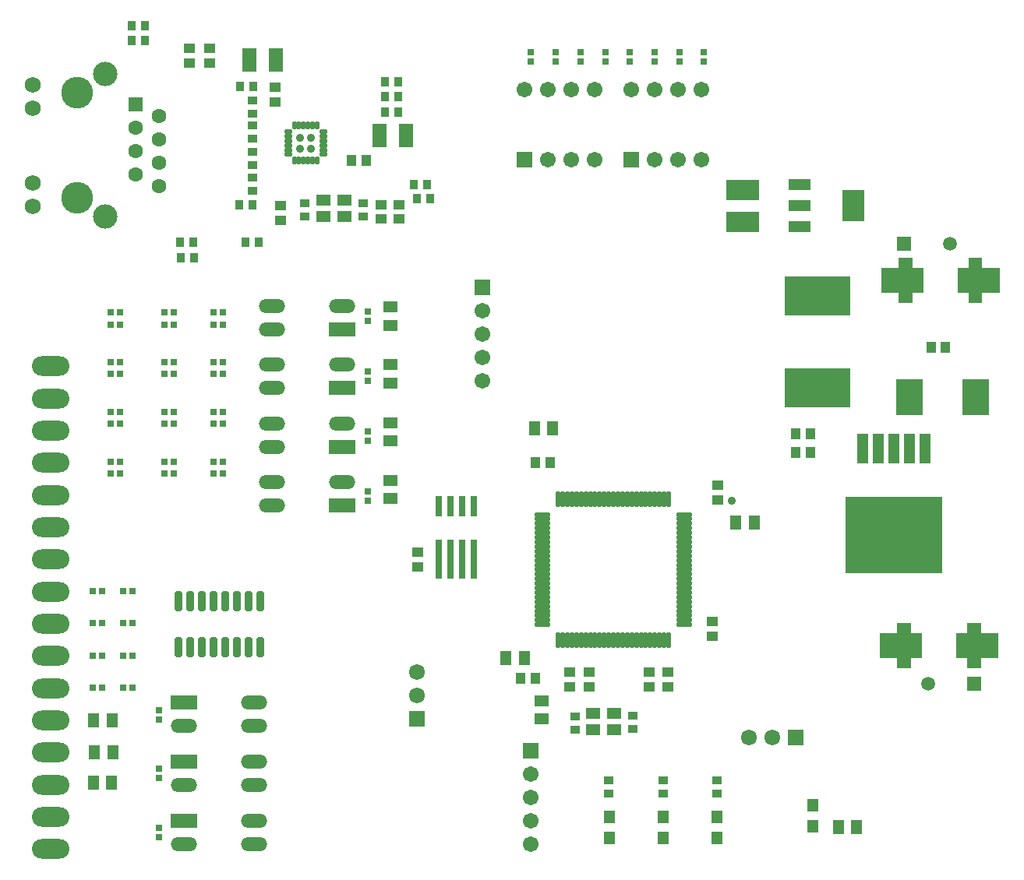
<source format=gts>
G04*
G04 #@! TF.GenerationSoftware,Altium Limited,Altium Designer,20.0.13 (296)*
G04*
G04 Layer_Color=8388736*
%FSLAX44Y44*%
%MOMM*%
G71*
G01*
G75*
%ADD46R,1.5032X1.3032*%
%ADD47R,2.3532X1.1532*%
%ADD48R,2.3532X3.4532*%
%ADD49R,1.2200X1.3700*%
G04:AMPARAMS|DCode=50|XSize=2.1732mm|YSize=0.8032mm|CornerRadius=0.1766mm|HoleSize=0mm|Usage=FLASHONLY|Rotation=90.000|XOffset=0mm|YOffset=0mm|HoleType=Round|Shape=RoundedRectangle|*
%AMROUNDEDRECTD50*
21,1,2.1732,0.4500,0,0,90.0*
21,1,1.8200,0.8032,0,0,90.0*
1,1,0.3532,0.2250,0.9100*
1,1,0.3532,0.2250,-0.9100*
1,1,0.3532,-0.2250,-0.9100*
1,1,0.3532,-0.2250,0.9100*
%
%ADD50ROUNDEDRECTD50*%
G04:AMPARAMS|DCode=51|XSize=1.7632mm|YSize=0.4832mm|CornerRadius=0.1366mm|HoleSize=0mm|Usage=FLASHONLY|Rotation=90.000|XOffset=0mm|YOffset=0mm|HoleType=Round|Shape=RoundedRectangle|*
%AMROUNDEDRECTD51*
21,1,1.7632,0.2100,0,0,90.0*
21,1,1.4900,0.4832,0,0,90.0*
1,1,0.2732,0.1050,0.7450*
1,1,0.2732,0.1050,-0.7450*
1,1,0.2732,-0.1050,-0.7450*
1,1,0.2732,-0.1050,0.7450*
%
%ADD51ROUNDEDRECTD51*%
G04:AMPARAMS|DCode=52|XSize=1.7632mm|YSize=0.4832mm|CornerRadius=0.1366mm|HoleSize=0mm|Usage=FLASHONLY|Rotation=180.000|XOffset=0mm|YOffset=0mm|HoleType=Round|Shape=RoundedRectangle|*
%AMROUNDEDRECTD52*
21,1,1.7632,0.2100,0,0,180.0*
21,1,1.4900,0.4832,0,0,180.0*
1,1,0.2732,-0.7450,0.1050*
1,1,0.2732,0.7450,0.1050*
1,1,0.2732,0.7450,-0.1050*
1,1,0.2732,-0.7450,-0.1050*
%
%ADD52ROUNDEDRECTD52*%
%ADD53R,0.8032X0.7032*%
%ADD54R,0.8200X1.0200*%
%ADD55R,0.7032X0.8032*%
%ADD56R,1.2032X1.6032*%
%ADD57R,1.6032X1.2032*%
%ADD58R,1.0200X0.8200*%
%ADD59R,1.0032X1.2032*%
%ADD60R,7.2032X4.2032*%
G04:AMPARAMS|DCode=61|XSize=0.4832mm|YSize=0.8932mm|CornerRadius=0.1716mm|HoleSize=0mm|Usage=FLASHONLY|Rotation=90.000|XOffset=0mm|YOffset=0mm|HoleType=Round|Shape=RoundedRectangle|*
%AMROUNDEDRECTD61*
21,1,0.4832,0.5500,0,0,90.0*
21,1,0.1400,0.8932,0,0,90.0*
1,1,0.3432,0.2750,0.0700*
1,1,0.3432,0.2750,-0.0700*
1,1,0.3432,-0.2750,-0.0700*
1,1,0.3432,-0.2750,0.0700*
%
%ADD61ROUNDEDRECTD61*%
G04:AMPARAMS|DCode=62|XSize=0.4832mm|YSize=0.8932mm|CornerRadius=0.1716mm|HoleSize=0mm|Usage=FLASHONLY|Rotation=180.000|XOffset=0mm|YOffset=0mm|HoleType=Round|Shape=RoundedRectangle|*
%AMROUNDEDRECTD62*
21,1,0.4832,0.5500,0,0,180.0*
21,1,0.1400,0.8932,0,0,180.0*
1,1,0.3432,-0.0700,0.2750*
1,1,0.3432,0.0700,0.2750*
1,1,0.3432,0.0700,-0.2750*
1,1,0.3432,-0.0700,-0.2750*
%
%ADD62ROUNDEDRECTD62*%
%ADD63R,0.7200X4.3200*%
%ADD64R,0.7200X2.3200*%
%ADD65R,10.5700X8.4200*%
%ADD66R,1.1700X3.3200*%
%ADD67R,2.9972X4.0132*%
%ADD68R,1.2032X1.0032*%
%ADD69R,1.6200X2.5200*%
%ADD70R,3.6200X2.2700*%
%ADD71C,1.7200*%
%ADD72R,1.7200X1.7200*%
%ADD73R,1.7200X1.7200*%
%ADD74R,1.7032X1.7032*%
%ADD75C,1.7032*%
%ADD76O,2.8448X1.5240*%
%ADD77R,2.8448X1.5240*%
%ADD78R,1.6012X1.6012*%
%ADD79C,1.6012*%
%ADD80C,1.7332*%
%ADD81C,2.6482*%
%ADD82C,3.4532*%
%ADD83C,0.9032*%
%ADD84O,4.0640X2.1336*%
%ADD85R,1.5200X1.5200*%
%ADD86C,1.5200*%
G36*
X961250Y338250D02*
X942250D01*
Y365250D01*
X961250D01*
Y376250D01*
X976250D01*
Y365250D01*
X988250D01*
Y338250D01*
X976250D01*
Y327250D01*
X961250D01*
Y338250D01*
D02*
G37*
G36*
X1037250D02*
X1025250D01*
Y365250D01*
X1037250D01*
Y376250D01*
X1052250D01*
Y365250D01*
X1071250D01*
Y338250D01*
X1052250D01*
Y327250D01*
X1037250D01*
Y338250D01*
D02*
G37*
G36*
X977750Y762250D02*
X989750D01*
Y735250D01*
X977750D01*
Y724250D01*
X962750D01*
Y735250D01*
X943750D01*
Y762250D01*
X962750D01*
Y773250D01*
X977750D01*
Y762250D01*
D02*
G37*
G36*
X1053750D02*
X1072750D01*
Y735250D01*
X1053750D01*
Y724250D01*
X1038750D01*
Y735250D01*
X1026750D01*
Y762250D01*
X1038750D01*
Y773250D01*
X1053750D01*
Y762250D01*
D02*
G37*
D46*
X360750Y835750D02*
D03*
X337750D02*
D03*
Y817750D02*
D03*
X360750D02*
D03*
X654024Y277928D02*
D03*
X631024D02*
D03*
Y259928D02*
D03*
X654024D02*
D03*
D47*
X855500Y853000D02*
D03*
Y830000D02*
D03*
Y807000D02*
D03*
D48*
X913500Y830000D02*
D03*
D49*
X870000Y178000D02*
D03*
Y155000D02*
D03*
X765128Y142500D02*
D03*
Y165500D02*
D03*
X706750Y142500D02*
D03*
Y165500D02*
D03*
X648372Y142500D02*
D03*
Y165500D02*
D03*
D50*
X180300Y399750D02*
D03*
X193000D02*
D03*
X205700D02*
D03*
X218400D02*
D03*
X231100D02*
D03*
X243800D02*
D03*
X256500D02*
D03*
X269200D02*
D03*
Y350250D02*
D03*
X256500D02*
D03*
X243800D02*
D03*
X231100D02*
D03*
X218400D02*
D03*
X205700D02*
D03*
X193000D02*
D03*
X180300D02*
D03*
D51*
X593000Y511050D02*
D03*
X598000D02*
D03*
X603000D02*
D03*
X608000D02*
D03*
X613000D02*
D03*
X618000D02*
D03*
X623000D02*
D03*
X628000D02*
D03*
X633000D02*
D03*
X638000D02*
D03*
X643000D02*
D03*
X648000D02*
D03*
X653000D02*
D03*
X658000D02*
D03*
X663000D02*
D03*
X668000D02*
D03*
X673000D02*
D03*
X678000D02*
D03*
X683000D02*
D03*
X688000D02*
D03*
X693000D02*
D03*
X698000D02*
D03*
X703000D02*
D03*
X708000D02*
D03*
X713000D02*
D03*
Y357450D02*
D03*
X708000D02*
D03*
X703000D02*
D03*
X698000D02*
D03*
X693000D02*
D03*
X688000D02*
D03*
X683000D02*
D03*
X678000D02*
D03*
X673000D02*
D03*
X668000D02*
D03*
X663000D02*
D03*
X658000D02*
D03*
X653000D02*
D03*
X648000D02*
D03*
X643000D02*
D03*
X638000D02*
D03*
X633000D02*
D03*
X628000D02*
D03*
X623000D02*
D03*
X618000D02*
D03*
X613000D02*
D03*
X608000D02*
D03*
X603000D02*
D03*
X598000D02*
D03*
X593000D02*
D03*
D52*
X576200Y374250D02*
D03*
Y379250D02*
D03*
Y384250D02*
D03*
Y389250D02*
D03*
Y394250D02*
D03*
Y399250D02*
D03*
Y404250D02*
D03*
Y409250D02*
D03*
Y414250D02*
D03*
Y419250D02*
D03*
Y424250D02*
D03*
Y429250D02*
D03*
Y434250D02*
D03*
Y439250D02*
D03*
Y444250D02*
D03*
Y449250D02*
D03*
Y454250D02*
D03*
Y459250D02*
D03*
Y464250D02*
D03*
Y469250D02*
D03*
Y474250D02*
D03*
Y479250D02*
D03*
Y484250D02*
D03*
Y489250D02*
D03*
Y494250D02*
D03*
X729800D02*
D03*
Y489250D02*
D03*
Y484250D02*
D03*
Y479250D02*
D03*
Y474250D02*
D03*
Y469250D02*
D03*
Y464250D02*
D03*
Y459250D02*
D03*
Y454250D02*
D03*
Y449250D02*
D03*
Y444250D02*
D03*
Y439250D02*
D03*
Y434250D02*
D03*
Y429250D02*
D03*
Y424250D02*
D03*
Y419250D02*
D03*
Y414250D02*
D03*
Y409250D02*
D03*
Y404250D02*
D03*
Y399250D02*
D03*
Y394250D02*
D03*
Y389250D02*
D03*
Y384250D02*
D03*
Y379250D02*
D03*
Y374250D02*
D03*
D53*
X751500Y986750D02*
D03*
Y996750D02*
D03*
X724643Y986750D02*
D03*
Y996750D02*
D03*
X697786Y986750D02*
D03*
Y996750D02*
D03*
X670928Y986750D02*
D03*
Y996750D02*
D03*
X644071Y986750D02*
D03*
Y996750D02*
D03*
X159250Y143750D02*
D03*
Y153750D02*
D03*
Y207625D02*
D03*
Y217625D02*
D03*
Y271500D02*
D03*
Y281500D02*
D03*
X386500Y509000D02*
D03*
Y519000D02*
D03*
X617214Y986750D02*
D03*
Y996750D02*
D03*
X590357Y986750D02*
D03*
Y996750D02*
D03*
X386500Y574167D02*
D03*
Y584167D02*
D03*
Y639333D02*
D03*
Y649333D02*
D03*
Y704500D02*
D03*
Y714500D02*
D03*
X563500Y986750D02*
D03*
Y996750D02*
D03*
D54*
X196750Y790500D02*
D03*
X182250D02*
D03*
X144250Y1009500D02*
D03*
X129750D02*
D03*
X197500Y773000D02*
D03*
X183000D02*
D03*
X144250Y1025500D02*
D03*
X129750D02*
D03*
X419250Y964750D02*
D03*
X404750D02*
D03*
X267500Y790250D02*
D03*
X253000D02*
D03*
X419250Y948250D02*
D03*
X404750D02*
D03*
X419250Y931833D02*
D03*
X404750D02*
D03*
X454250Y837250D02*
D03*
X439750D02*
D03*
X450250Y852750D02*
D03*
X435750D02*
D03*
X261250Y830750D02*
D03*
X246750D02*
D03*
X261500Y959250D02*
D03*
X247000D02*
D03*
D55*
X117000Y538750D02*
D03*
X107000D02*
D03*
X117000Y551610D02*
D03*
X107000D02*
D03*
X218500Y538750D02*
D03*
X228500D02*
D03*
X218500Y551610D02*
D03*
X228500D02*
D03*
X165250Y538750D02*
D03*
X175250D02*
D03*
X165250Y551610D02*
D03*
X175250D02*
D03*
X117000Y592797D02*
D03*
X107000D02*
D03*
X117000Y605657D02*
D03*
X107000D02*
D03*
X218500Y592797D02*
D03*
X228500D02*
D03*
X120750Y305750D02*
D03*
X130750D02*
D03*
X120750Y340833D02*
D03*
X130750D02*
D03*
X120750Y375917D02*
D03*
X130750D02*
D03*
X120750Y411000D02*
D03*
X130750D02*
D03*
X97500Y305750D02*
D03*
X87500D02*
D03*
X97500Y340833D02*
D03*
X87500D02*
D03*
X97500Y375917D02*
D03*
X87500D02*
D03*
X97500Y411000D02*
D03*
X87500D02*
D03*
X218500Y605657D02*
D03*
X228500D02*
D03*
X165250Y592797D02*
D03*
X175250D02*
D03*
X165250Y605657D02*
D03*
X175250D02*
D03*
X117000Y646843D02*
D03*
X107000D02*
D03*
X117000Y659703D02*
D03*
X107000D02*
D03*
X218500Y646843D02*
D03*
X228500D02*
D03*
X165250Y713750D02*
D03*
X175250D02*
D03*
X165250Y700890D02*
D03*
X175250D02*
D03*
X218500Y713750D02*
D03*
X228500D02*
D03*
X218500Y700890D02*
D03*
X228500D02*
D03*
X218500Y659703D02*
D03*
X228500D02*
D03*
X165250Y646843D02*
D03*
X175250D02*
D03*
X165250Y659703D02*
D03*
X175250D02*
D03*
X117000Y700890D02*
D03*
X107000D02*
D03*
X117000Y713750D02*
D03*
X107000D02*
D03*
D56*
X108000Y203000D02*
D03*
X88000D02*
D03*
X109000Y236000D02*
D03*
X89000D02*
D03*
X108250Y270500D02*
D03*
X88250D02*
D03*
X536000Y337750D02*
D03*
X556000D02*
D03*
X917250Y154750D02*
D03*
X897250D02*
D03*
X806000Y485000D02*
D03*
X786000D02*
D03*
X587250Y587750D02*
D03*
X567250D02*
D03*
D57*
X575000Y291750D02*
D03*
Y271750D02*
D03*
X410750Y531250D02*
D03*
Y511250D02*
D03*
Y594083D02*
D03*
Y574083D02*
D03*
Y656917D02*
D03*
Y636917D02*
D03*
Y719750D02*
D03*
Y699750D02*
D03*
D58*
X261000Y917000D02*
D03*
Y902500D02*
D03*
Y930000D02*
D03*
Y944500D02*
D03*
Y860250D02*
D03*
Y845750D02*
D03*
Y873792D02*
D03*
Y888292D02*
D03*
X765378Y205000D02*
D03*
Y190500D02*
D03*
X706753Y205000D02*
D03*
Y190500D02*
D03*
X648128Y205000D02*
D03*
Y190500D02*
D03*
X381250Y818164D02*
D03*
Y832664D02*
D03*
X673750Y260750D02*
D03*
Y275250D02*
D03*
X318000Y832750D02*
D03*
Y818250D02*
D03*
X611750Y275000D02*
D03*
Y260500D02*
D03*
D59*
X850750Y562000D02*
D03*
X866750D02*
D03*
X851000Y582250D02*
D03*
X867000D02*
D03*
X384750Y878750D02*
D03*
X368750D02*
D03*
X568250Y551000D02*
D03*
X584250D02*
D03*
X552250Y315750D02*
D03*
X568250D02*
D03*
X998000Y675750D02*
D03*
X1014000D02*
D03*
D60*
X874750Y632000D02*
D03*
Y732000D02*
D03*
D61*
X299800Y910500D02*
D03*
Y905500D02*
D03*
Y885500D02*
D03*
Y890500D02*
D03*
Y900500D02*
D03*
Y895500D02*
D03*
X337700D02*
D03*
Y900500D02*
D03*
Y890500D02*
D03*
Y885500D02*
D03*
Y905500D02*
D03*
Y910500D02*
D03*
D62*
X306250Y916950D02*
D03*
X311250D02*
D03*
X331250D02*
D03*
X326250D02*
D03*
X316250D02*
D03*
X321250D02*
D03*
X306250Y879050D02*
D03*
X311250D02*
D03*
X331250D02*
D03*
X326250D02*
D03*
X316250D02*
D03*
X321250D02*
D03*
D63*
X463200Y445500D02*
D03*
X475900D02*
D03*
X488600D02*
D03*
X501300D02*
D03*
D64*
X463200Y503500D02*
D03*
X475900D02*
D03*
X488600D02*
D03*
X501300D02*
D03*
D65*
X958000Y471750D02*
D03*
D66*
X924000Y566250D02*
D03*
X941000D02*
D03*
X958000D02*
D03*
X975000D02*
D03*
X992000D02*
D03*
D67*
X1046435Y622000D02*
D03*
X975065D02*
D03*
D68*
X692050Y322750D02*
D03*
Y306750D02*
D03*
X626500Y322750D02*
D03*
Y306750D02*
D03*
X420200Y815250D02*
D03*
Y831250D02*
D03*
X400450Y815250D02*
D03*
Y831250D02*
D03*
X285250Y942750D02*
D03*
Y958750D02*
D03*
X291250Y813750D02*
D03*
Y829750D02*
D03*
X214650Y1000900D02*
D03*
Y984900D02*
D03*
X192150Y1000900D02*
D03*
Y984900D02*
D03*
X760500Y361750D02*
D03*
Y377750D02*
D03*
X766750Y525750D02*
D03*
Y509750D02*
D03*
X712050Y322750D02*
D03*
Y306750D02*
D03*
X605250Y322750D02*
D03*
Y306750D02*
D03*
X440000Y453000D02*
D03*
Y437000D02*
D03*
D69*
X398750Y906000D02*
D03*
X427750D02*
D03*
X257250Y988250D02*
D03*
X286250D02*
D03*
D70*
X793500Y812000D02*
D03*
Y847000D02*
D03*
D71*
X439750Y323150D02*
D03*
Y297750D02*
D03*
X800100Y251750D02*
D03*
X825500D02*
D03*
D72*
X439750Y272350D02*
D03*
D73*
X850900Y251750D02*
D03*
D74*
X563000Y237650D02*
D03*
X510500Y740700D02*
D03*
X672650Y879650D02*
D03*
X556650D02*
D03*
D75*
X563000Y212250D02*
D03*
Y186850D02*
D03*
Y161450D02*
D03*
Y136050D02*
D03*
X510500Y715300D02*
D03*
Y689900D02*
D03*
Y664500D02*
D03*
Y639100D02*
D03*
X698050Y879650D02*
D03*
X723450D02*
D03*
X748850D02*
D03*
X672650Y955850D02*
D03*
X698050D02*
D03*
X723450D02*
D03*
X748850D02*
D03*
X582050Y879650D02*
D03*
X607450D02*
D03*
X632850D02*
D03*
X556650Y955850D02*
D03*
X582050D02*
D03*
X607450D02*
D03*
X632850D02*
D03*
D76*
X262350Y161450D02*
D03*
Y136050D02*
D03*
X186150D02*
D03*
X262350Y225450D02*
D03*
Y200050D02*
D03*
X186150D02*
D03*
X262350Y289450D02*
D03*
Y264050D02*
D03*
X186150D02*
D03*
X282400Y503800D02*
D03*
Y529200D02*
D03*
X358600D02*
D03*
X282400Y567800D02*
D03*
Y593200D02*
D03*
X358600D02*
D03*
X282400Y631800D02*
D03*
Y657200D02*
D03*
X358600D02*
D03*
X282400Y695800D02*
D03*
Y721200D02*
D03*
X358600D02*
D03*
D77*
X186150Y161450D02*
D03*
Y225450D02*
D03*
Y289450D02*
D03*
X358600Y503800D02*
D03*
Y567800D02*
D03*
Y631800D02*
D03*
Y695800D02*
D03*
D78*
X134250Y939750D02*
D03*
D79*
X159650Y927050D02*
D03*
X134250Y914350D02*
D03*
X159650Y901650D02*
D03*
X134250Y888950D02*
D03*
X159650Y876250D02*
D03*
X134250Y863550D02*
D03*
X159650Y850850D02*
D03*
D80*
X21750Y961500D02*
D03*
Y936100D02*
D03*
Y829000D02*
D03*
Y854400D02*
D03*
D81*
X101250Y972700D02*
D03*
Y817800D02*
D03*
D82*
X70750Y838100D02*
D03*
Y952400D02*
D03*
D83*
X312750Y892030D02*
D03*
Y903700D02*
D03*
X324090Y892030D02*
D03*
Y903700D02*
D03*
X781250Y509250D02*
D03*
D84*
X41550Y130250D02*
D03*
Y165250D02*
D03*
Y200250D02*
D03*
Y235250D02*
D03*
Y270250D02*
D03*
Y305250D02*
D03*
Y340250D02*
D03*
Y375250D02*
D03*
Y410250D02*
D03*
Y445250D02*
D03*
Y480250D02*
D03*
Y515250D02*
D03*
Y550250D02*
D03*
Y585250D02*
D03*
Y620250D02*
D03*
Y655250D02*
D03*
D85*
X969000Y788250D02*
D03*
X1045000Y310250D02*
D03*
D86*
X1019000Y788250D02*
D03*
X995000Y310250D02*
D03*
M02*

</source>
